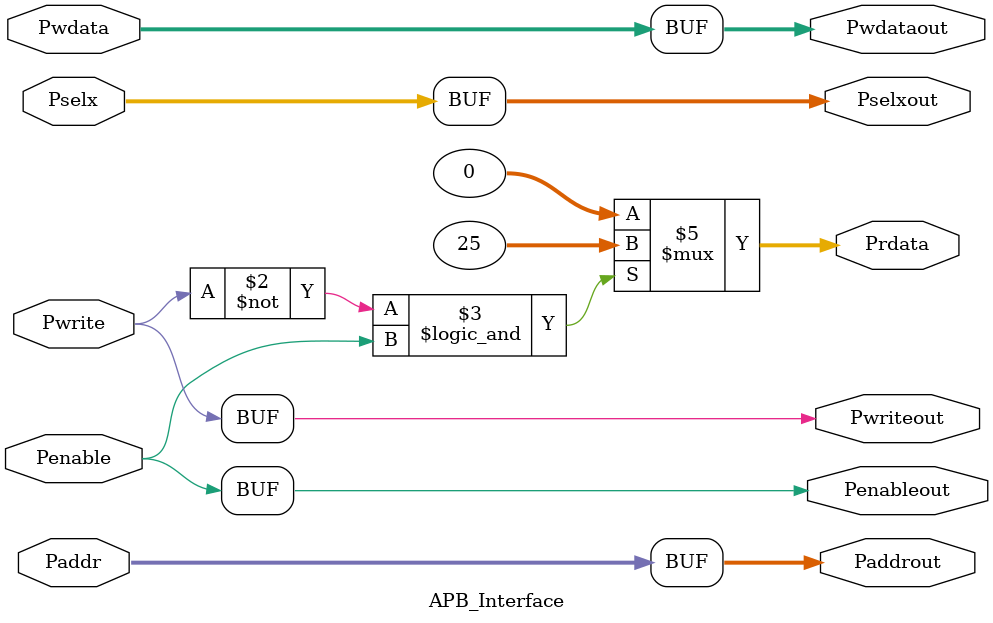
<source format=v>
module APB_Interface(Pwrite,Pselx,Penable,Paddr,Pwdata,Pwriteout,Pselxout,Penableout,Paddrout,Pwdataout,Prdata);

input Pwrite,Penable;
input [2:0] Pselx;
input [31:0] Pwdata,Paddr;

output Pwriteout,Penableout;
output [2:0] Pselxout;
output [31:0] Pwdataout,Paddrout;
output reg [31:0] Prdata;

assign Penableout=Penable;
assign Pselxout=Pselx;
assign Pwriteout=Pwrite;
assign Paddrout=Paddr;
assign Pwdataout=Pwdata;

always @(*)
 begin
  if (~Pwrite && Penable)
   Prdata = 8'd25;
   //Prdata=($random)%256;
  else
   Prdata=0;
 end

endmodule

</source>
